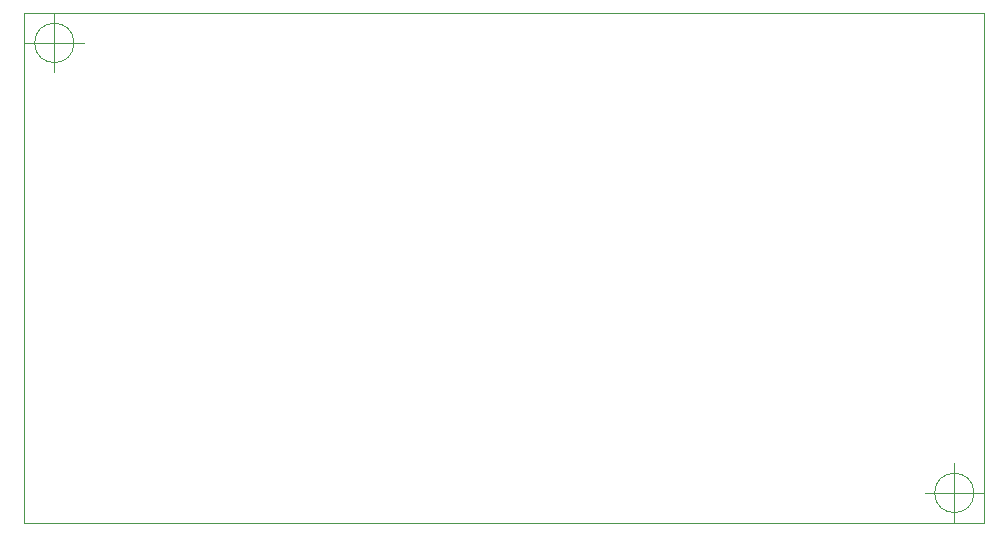
<source format=gbr>
%TF.GenerationSoftware,KiCad,Pcbnew,5.1.4-3.fc30*%
%TF.CreationDate,2019-10-13T14:30:26+02:00*%
%TF.ProjectId,atmega_prog_adapter_v2,61746d65-6761-45f7-9072-6f675f616461,1.0*%
%TF.SameCoordinates,Original*%
%TF.FileFunction,Profile,NP*%
%FSLAX46Y46*%
G04 Gerber Fmt 4.6, Leading zero omitted, Abs format (unit mm)*
G04 Created by KiCad (PCBNEW 5.1.4-3.fc30) date 2019-10-13 14:30:26*
%MOMM*%
%LPD*%
G04 APERTURE LIST*
%ADD10C,0.050000*%
G04 APERTURE END LIST*
D10*
X169306666Y-106680000D02*
G75*
G03X169306666Y-106680000I-1666666J0D01*
G01*
X165140000Y-106680000D02*
X170140000Y-106680000D01*
X167640000Y-104180000D02*
X167640000Y-109180000D01*
X93106666Y-68580000D02*
G75*
G03X93106666Y-68580000I-1666666J0D01*
G01*
X88940000Y-68580000D02*
X93940000Y-68580000D01*
X91440000Y-66080000D02*
X91440000Y-71080000D01*
X88900000Y-109220000D02*
X88900000Y-66040000D01*
X170180000Y-109220000D02*
X88900000Y-109220000D01*
X170180000Y-66040000D02*
X170180000Y-109220000D01*
X88900000Y-66040000D02*
X170180000Y-66040000D01*
M02*

</source>
